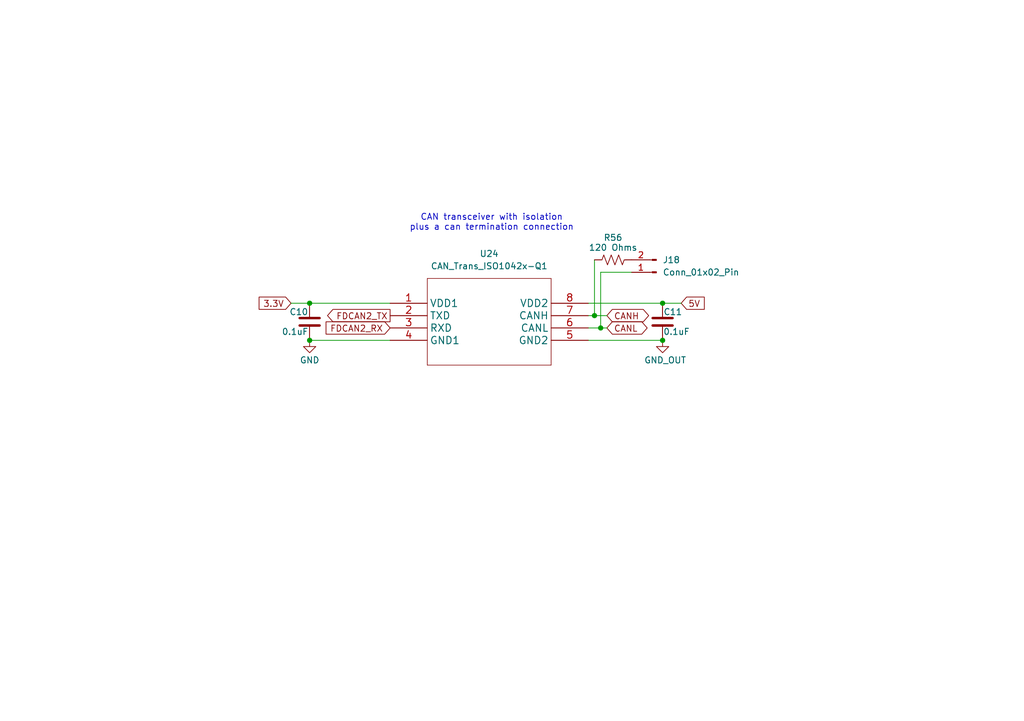
<source format=kicad_sch>
(kicad_sch
	(version 20250114)
	(generator "eeschema")
	(generator_version "9.0")
	(uuid "cfa99754-d714-4ca9-b12e-81eb81bdbd42")
	(paper "A5")
	(lib_symbols
		(symbol "Connector:Conn_01x02_Pin"
			(pin_names
				(offset 1.016)
				(hide yes)
			)
			(exclude_from_sim no)
			(in_bom yes)
			(on_board yes)
			(property "Reference" "J"
				(at 0 2.54 0)
				(effects
					(font
						(size 1.27 1.27)
					)
				)
			)
			(property "Value" "Conn_01x02_Pin"
				(at 0 -5.08 0)
				(effects
					(font
						(size 1.27 1.27)
					)
				)
			)
			(property "Footprint" ""
				(at 0 0 0)
				(effects
					(font
						(size 1.27 1.27)
					)
					(hide yes)
				)
			)
			(property "Datasheet" "~"
				(at 0 0 0)
				(effects
					(font
						(size 1.27 1.27)
					)
					(hide yes)
				)
			)
			(property "Description" "Generic connector, single row, 01x02, script generated"
				(at 0 0 0)
				(effects
					(font
						(size 1.27 1.27)
					)
					(hide yes)
				)
			)
			(property "ki_locked" ""
				(at 0 0 0)
				(effects
					(font
						(size 1.27 1.27)
					)
				)
			)
			(property "ki_keywords" "connector"
				(at 0 0 0)
				(effects
					(font
						(size 1.27 1.27)
					)
					(hide yes)
				)
			)
			(property "ki_fp_filters" "Connector*:*_1x??_*"
				(at 0 0 0)
				(effects
					(font
						(size 1.27 1.27)
					)
					(hide yes)
				)
			)
			(symbol "Conn_01x02_Pin_1_1"
				(rectangle
					(start 0.8636 0.127)
					(end 0 -0.127)
					(stroke
						(width 0.1524)
						(type default)
					)
					(fill
						(type outline)
					)
				)
				(rectangle
					(start 0.8636 -2.413)
					(end 0 -2.667)
					(stroke
						(width 0.1524)
						(type default)
					)
					(fill
						(type outline)
					)
				)
				(polyline
					(pts
						(xy 1.27 0) (xy 0.8636 0)
					)
					(stroke
						(width 0.1524)
						(type default)
					)
					(fill
						(type none)
					)
				)
				(polyline
					(pts
						(xy 1.27 -2.54) (xy 0.8636 -2.54)
					)
					(stroke
						(width 0.1524)
						(type default)
					)
					(fill
						(type none)
					)
				)
				(pin passive line
					(at 5.08 0 180)
					(length 3.81)
					(name "Pin_1"
						(effects
							(font
								(size 1.27 1.27)
							)
						)
					)
					(number "1"
						(effects
							(font
								(size 1.27 1.27)
							)
						)
					)
				)
				(pin passive line
					(at 5.08 -2.54 180)
					(length 3.81)
					(name "Pin_2"
						(effects
							(font
								(size 1.27 1.27)
							)
						)
					)
					(number "2"
						(effects
							(font
								(size 1.27 1.27)
							)
						)
					)
				)
			)
			(embedded_fonts no)
		)
		(symbol "Device:C"
			(pin_numbers
				(hide yes)
			)
			(pin_names
				(offset 0.254)
			)
			(exclude_from_sim no)
			(in_bom yes)
			(on_board yes)
			(property "Reference" "C"
				(at 0.635 2.54 0)
				(effects
					(font
						(size 1.27 1.27)
					)
					(justify left)
				)
			)
			(property "Value" "C"
				(at 0.635 -2.54 0)
				(effects
					(font
						(size 1.27 1.27)
					)
					(justify left)
				)
			)
			(property "Footprint" ""
				(at 0.9652 -3.81 0)
				(effects
					(font
						(size 1.27 1.27)
					)
					(hide yes)
				)
			)
			(property "Datasheet" "~"
				(at 0 0 0)
				(effects
					(font
						(size 1.27 1.27)
					)
					(hide yes)
				)
			)
			(property "Description" "Unpolarized capacitor"
				(at 0 0 0)
				(effects
					(font
						(size 1.27 1.27)
					)
					(hide yes)
				)
			)
			(property "ki_keywords" "cap capacitor"
				(at 0 0 0)
				(effects
					(font
						(size 1.27 1.27)
					)
					(hide yes)
				)
			)
			(property "ki_fp_filters" "C_*"
				(at 0 0 0)
				(effects
					(font
						(size 1.27 1.27)
					)
					(hide yes)
				)
			)
			(symbol "C_0_1"
				(polyline
					(pts
						(xy -2.032 0.762) (xy 2.032 0.762)
					)
					(stroke
						(width 0.508)
						(type default)
					)
					(fill
						(type none)
					)
				)
				(polyline
					(pts
						(xy -2.032 -0.762) (xy 2.032 -0.762)
					)
					(stroke
						(width 0.508)
						(type default)
					)
					(fill
						(type none)
					)
				)
			)
			(symbol "C_1_1"
				(pin passive line
					(at 0 3.81 270)
					(length 2.794)
					(name "~"
						(effects
							(font
								(size 1.27 1.27)
							)
						)
					)
					(number "1"
						(effects
							(font
								(size 1.27 1.27)
							)
						)
					)
				)
				(pin passive line
					(at 0 -3.81 90)
					(length 2.794)
					(name "~"
						(effects
							(font
								(size 1.27 1.27)
							)
						)
					)
					(number "2"
						(effects
							(font
								(size 1.27 1.27)
							)
						)
					)
				)
			)
			(embedded_fonts no)
		)
		(symbol "Device:R_US"
			(pin_numbers
				(hide yes)
			)
			(pin_names
				(offset 0)
			)
			(exclude_from_sim no)
			(in_bom yes)
			(on_board yes)
			(property "Reference" "R"
				(at 2.54 0 90)
				(effects
					(font
						(size 1.27 1.27)
					)
				)
			)
			(property "Value" "R_US"
				(at -2.54 0 90)
				(effects
					(font
						(size 1.27 1.27)
					)
				)
			)
			(property "Footprint" ""
				(at 1.016 -0.254 90)
				(effects
					(font
						(size 1.27 1.27)
					)
					(hide yes)
				)
			)
			(property "Datasheet" "~"
				(at 0 0 0)
				(effects
					(font
						(size 1.27 1.27)
					)
					(hide yes)
				)
			)
			(property "Description" "Resistor, US symbol"
				(at 0 0 0)
				(effects
					(font
						(size 1.27 1.27)
					)
					(hide yes)
				)
			)
			(property "ki_keywords" "R res resistor"
				(at 0 0 0)
				(effects
					(font
						(size 1.27 1.27)
					)
					(hide yes)
				)
			)
			(property "ki_fp_filters" "R_*"
				(at 0 0 0)
				(effects
					(font
						(size 1.27 1.27)
					)
					(hide yes)
				)
			)
			(symbol "R_US_0_1"
				(polyline
					(pts
						(xy 0 2.286) (xy 0 2.54)
					)
					(stroke
						(width 0)
						(type default)
					)
					(fill
						(type none)
					)
				)
				(polyline
					(pts
						(xy 0 2.286) (xy 1.016 1.905) (xy 0 1.524) (xy -1.016 1.143) (xy 0 0.762)
					)
					(stroke
						(width 0)
						(type default)
					)
					(fill
						(type none)
					)
				)
				(polyline
					(pts
						(xy 0 0.762) (xy 1.016 0.381) (xy 0 0) (xy -1.016 -0.381) (xy 0 -0.762)
					)
					(stroke
						(width 0)
						(type default)
					)
					(fill
						(type none)
					)
				)
				(polyline
					(pts
						(xy 0 -0.762) (xy 1.016 -1.143) (xy 0 -1.524) (xy -1.016 -1.905) (xy 0 -2.286)
					)
					(stroke
						(width 0)
						(type default)
					)
					(fill
						(type none)
					)
				)
				(polyline
					(pts
						(xy 0 -2.286) (xy 0 -2.54)
					)
					(stroke
						(width 0)
						(type default)
					)
					(fill
						(type none)
					)
				)
			)
			(symbol "R_US_1_1"
				(pin passive line
					(at 0 3.81 270)
					(length 1.27)
					(name "~"
						(effects
							(font
								(size 1.27 1.27)
							)
						)
					)
					(number "1"
						(effects
							(font
								(size 1.27 1.27)
							)
						)
					)
				)
				(pin passive line
					(at 0 -3.81 90)
					(length 1.27)
					(name "~"
						(effects
							(font
								(size 1.27 1.27)
							)
						)
					)
					(number "2"
						(effects
							(font
								(size 1.27 1.27)
							)
						)
					)
				)
			)
			(embedded_fonts no)
		)
		(symbol "GTSR_symbol_lib:CAN_Trans_ISO1042x-Q1"
			(exclude_from_sim no)
			(in_bom yes)
			(on_board yes)
			(property "Reference" "U"
				(at 0 -10.16 0)
				(effects
					(font
						(size 1.27 1.27)
					)
				)
			)
			(property "Value" "CAN_Trans_ISO1042x-Q1"
				(at 0 -12.7 0)
				(effects
					(font
						(size 1.27 1.27)
					)
				)
			)
			(property "Footprint" "Package_SO:SOIC-8_7.5x5.85mm_P1.27mm"
				(at 0 -8.89 0)
				(effects
					(font
						(size 1.27 1.27)
					)
					(hide yes)
				)
			)
			(property "Datasheet" "https://www.ti.com/lit/ds/symlink/iso1042-q1.pdf?HQS=dis-dk-null-digikeymode-dsf-pf-null-wwe&ts=1746765121166&ref_url=https%253A%252F%252Fwww.ti.com%252Fgeneral%252Fdocs%252Fsuppproductinfo.tsp%253FdistId%253D10%2526gotoUrl%253Dhttps%253A%252F%252Fwww.ti.com%252Flit%252Fgpn%252Fiso1042-q1"
				(at 0 -8.89 0)
				(effects
					(font
						(size 1.27 1.27)
					)
					(hide yes)
				)
			)
			(property "Description" "ISO1042-Q1 Automotive Isolated CAN Transceiver With 70-V Bus Fault Protection and Flexible Data Rate"
				(at 0 0 0)
				(effects
					(font
						(size 1.27 1.27)
					)
					(hide yes)
				)
			)
			(symbol "CAN_Trans_ISO1042x-Q1_1_1"
				(polyline
					(pts
						(xy -12.7 8.89) (xy -12.7 -8.89)
					)
					(stroke
						(width 0.127)
						(type default)
					)
					(fill
						(type none)
					)
				)
				(polyline
					(pts
						(xy -12.7 -8.89) (xy 12.7 -8.89)
					)
					(stroke
						(width 0.127)
						(type default)
					)
					(fill
						(type none)
					)
				)
				(polyline
					(pts
						(xy 12.7 8.89) (xy -12.7 8.89)
					)
					(stroke
						(width 0.127)
						(type default)
					)
					(fill
						(type none)
					)
				)
				(polyline
					(pts
						(xy 12.7 -8.89) (xy 12.7 8.89)
					)
					(stroke
						(width 0.127)
						(type default)
					)
					(fill
						(type none)
					)
				)
				(pin unspecified line
					(at -20.32 3.81 0)
					(length 7.62)
					(name "VDD1"
						(effects
							(font
								(size 1.4986 1.4986)
							)
						)
					)
					(number "1"
						(effects
							(font
								(size 1.4986 1.4986)
							)
						)
					)
				)
				(pin unspecified line
					(at -20.32 1.27 0)
					(length 7.62)
					(name "TXD"
						(effects
							(font
								(size 1.4986 1.4986)
							)
						)
					)
					(number "2"
						(effects
							(font
								(size 1.4986 1.4986)
							)
						)
					)
				)
				(pin unspecified line
					(at -20.32 -1.27 0)
					(length 7.62)
					(name "RXD"
						(effects
							(font
								(size 1.4986 1.4986)
							)
						)
					)
					(number "3"
						(effects
							(font
								(size 1.4986 1.4986)
							)
						)
					)
				)
				(pin unspecified line
					(at -20.32 -3.81 0)
					(length 7.62)
					(name "GND1"
						(effects
							(font
								(size 1.4986 1.4986)
							)
						)
					)
					(number "4"
						(effects
							(font
								(size 1.4986 1.4986)
							)
						)
					)
				)
				(pin unspecified line
					(at 20.32 3.81 180)
					(length 7.62)
					(name "VDD2"
						(effects
							(font
								(size 1.4986 1.4986)
							)
						)
					)
					(number "8"
						(effects
							(font
								(size 1.4986 1.4986)
							)
						)
					)
				)
				(pin unspecified line
					(at 20.32 1.27 180)
					(length 7.62)
					(name "CANH"
						(effects
							(font
								(size 1.4986 1.4986)
							)
						)
					)
					(number "7"
						(effects
							(font
								(size 1.4986 1.4986)
							)
						)
					)
				)
				(pin unspecified line
					(at 20.32 -1.27 180)
					(length 7.62)
					(name "CANL"
						(effects
							(font
								(size 1.4986 1.4986)
							)
						)
					)
					(number "6"
						(effects
							(font
								(size 1.4986 1.4986)
							)
						)
					)
				)
				(pin unspecified line
					(at 20.32 -3.81 180)
					(length 7.62)
					(name "GND2"
						(effects
							(font
								(size 1.4986 1.4986)
							)
						)
					)
					(number "5"
						(effects
							(font
								(size 1.4986 1.4986)
							)
						)
					)
				)
			)
			(embedded_fonts no)
		)
		(symbol "power:GND"
			(power)
			(pin_numbers
				(hide yes)
			)
			(pin_names
				(offset 0)
				(hide yes)
			)
			(exclude_from_sim no)
			(in_bom yes)
			(on_board yes)
			(property "Reference" "#PWR"
				(at 0 -6.35 0)
				(effects
					(font
						(size 1.27 1.27)
					)
					(hide yes)
				)
			)
			(property "Value" "GND"
				(at 0 -3.81 0)
				(effects
					(font
						(size 1.27 1.27)
					)
				)
			)
			(property "Footprint" ""
				(at 0 0 0)
				(effects
					(font
						(size 1.27 1.27)
					)
					(hide yes)
				)
			)
			(property "Datasheet" ""
				(at 0 0 0)
				(effects
					(font
						(size 1.27 1.27)
					)
					(hide yes)
				)
			)
			(property "Description" "Power symbol creates a global label with name \"GND\" , ground"
				(at 0 0 0)
				(effects
					(font
						(size 1.27 1.27)
					)
					(hide yes)
				)
			)
			(property "ki_keywords" "global power"
				(at 0 0 0)
				(effects
					(font
						(size 1.27 1.27)
					)
					(hide yes)
				)
			)
			(symbol "GND_0_1"
				(polyline
					(pts
						(xy 0 0) (xy 0 -1.27) (xy 1.27 -1.27) (xy 0 -2.54) (xy -1.27 -1.27) (xy 0 -1.27)
					)
					(stroke
						(width 0)
						(type default)
					)
					(fill
						(type none)
					)
				)
			)
			(symbol "GND_1_1"
				(pin power_in line
					(at 0 0 270)
					(length 0)
					(name "~"
						(effects
							(font
								(size 1.27 1.27)
							)
						)
					)
					(number "1"
						(effects
							(font
								(size 1.27 1.27)
							)
						)
					)
				)
			)
			(embedded_fonts no)
		)
	)
	(text "CAN transceiver with isolation\nplus a can termination connection"
		(exclude_from_sim no)
		(at 100.838 45.72 0)
		(effects
			(font
				(size 1.27 1.27)
			)
		)
		(uuid "3cc91fc5-9e65-428c-94d3-f9c330d5b7a4")
	)
	(junction
		(at 135.89 62.23)
		(diameter 0)
		(color 0 0 0 0)
		(uuid "0a5530b9-59a5-481a-9d73-5ec74b6c6294")
	)
	(junction
		(at 63.5 69.85)
		(diameter 0)
		(color 0 0 0 0)
		(uuid "224ae9d8-fc06-43e2-abb8-f2fb69d7761b")
	)
	(junction
		(at 63.5 62.23)
		(diameter 0)
		(color 0 0 0 0)
		(uuid "28745feb-c417-4c76-bdeb-bb409e7096af")
	)
	(junction
		(at 123.19 67.31)
		(diameter 0)
		(color 0 0 0 0)
		(uuid "41d3b72c-9270-4156-85ae-cfd1f353b8a1")
	)
	(junction
		(at 121.92 64.77)
		(diameter 0)
		(color 0 0 0 0)
		(uuid "a657cdbe-781a-418d-813f-3d0f7ca3c5f2")
	)
	(junction
		(at 135.89 69.85)
		(diameter 0)
		(color 0 0 0 0)
		(uuid "de81b2e4-16cb-4ed8-b195-60a9355792f4")
	)
	(wire
		(pts
			(xy 123.19 55.88) (xy 129.54 55.88)
		)
		(stroke
			(width 0)
			(type default)
		)
		(uuid "28b151a8-e9b2-415c-8587-ec0e1c40c4b6")
	)
	(wire
		(pts
			(xy 123.19 55.88) (xy 123.19 67.31)
		)
		(stroke
			(width 0)
			(type default)
		)
		(uuid "440ea328-779e-44c0-acb9-5191a3478291")
	)
	(wire
		(pts
			(xy 59.69 62.23) (xy 63.5 62.23)
		)
		(stroke
			(width 0)
			(type default)
		)
		(uuid "47799a86-3b17-4642-8c23-ab6a6b39c954")
	)
	(wire
		(pts
			(xy 120.65 62.23) (xy 135.89 62.23)
		)
		(stroke
			(width 0)
			(type default)
		)
		(uuid "48cd103d-3cab-4df1-b736-e260c929f4a2")
	)
	(wire
		(pts
			(xy 120.65 64.77) (xy 121.92 64.77)
		)
		(stroke
			(width 0)
			(type default)
		)
		(uuid "73d2645f-d4a8-43c3-8ed2-39e018f47d55")
	)
	(wire
		(pts
			(xy 63.5 62.23) (xy 80.01 62.23)
		)
		(stroke
			(width 0)
			(type default)
		)
		(uuid "7608d356-d08a-42d9-96a3-07a909abbe77")
	)
	(wire
		(pts
			(xy 135.89 62.23) (xy 139.7 62.23)
		)
		(stroke
			(width 0)
			(type default)
		)
		(uuid "8fe6f5ba-ad24-424f-81e2-482d62b86b32")
	)
	(wire
		(pts
			(xy 123.19 67.31) (xy 124.46 67.31)
		)
		(stroke
			(width 0)
			(type default)
		)
		(uuid "9b97a45c-f3e0-4643-acbb-ffbb7de98e7e")
	)
	(wire
		(pts
			(xy 120.65 67.31) (xy 123.19 67.31)
		)
		(stroke
			(width 0)
			(type default)
		)
		(uuid "bfa084a3-8acf-42e7-bb2b-fd0b350ea87b")
	)
	(wire
		(pts
			(xy 121.92 64.77) (xy 124.46 64.77)
		)
		(stroke
			(width 0)
			(type default)
		)
		(uuid "cd038a04-ce7b-48e6-ba38-b8d40aae513c")
	)
	(wire
		(pts
			(xy 63.5 69.85) (xy 80.01 69.85)
		)
		(stroke
			(width 0)
			(type default)
		)
		(uuid "d7f6af99-82aa-4bc6-9704-4211f36f684e")
	)
	(wire
		(pts
			(xy 121.92 53.34) (xy 121.92 64.77)
		)
		(stroke
			(width 0)
			(type default)
		)
		(uuid "da5c37cf-f8da-4518-9b1a-b9d741c7e915")
	)
	(wire
		(pts
			(xy 120.65 69.85) (xy 135.89 69.85)
		)
		(stroke
			(width 0)
			(type default)
		)
		(uuid "fc68f5ee-55bb-4f71-a52d-ecae73e0babd")
	)
	(global_label "CANL"
		(shape bidirectional)
		(at 124.46 67.31 0)
		(fields_autoplaced yes)
		(effects
			(font
				(size 1.27 1.27)
			)
			(justify left)
		)
		(uuid "1ffb3422-ad42-487a-b665-edbf23e91af8")
		(property "Intersheetrefs" "${INTERSHEET_REFS}"
			(at 133.2737 67.31 0)
			(effects
				(font
					(size 1.27 1.27)
				)
				(justify left)
				(hide yes)
			)
		)
	)
	(global_label "CANH"
		(shape bidirectional)
		(at 124.46 64.77 0)
		(fields_autoplaced yes)
		(effects
			(font
				(size 1.27 1.27)
			)
			(justify left)
		)
		(uuid "242812df-5dd0-4365-be41-89fe27325743")
		(property "Intersheetrefs" "${INTERSHEET_REFS}"
			(at 133.5761 64.77 0)
			(effects
				(font
					(size 1.27 1.27)
				)
				(justify left)
				(hide yes)
			)
		)
	)
	(global_label "5V"
		(shape input)
		(at 139.7 62.23 0)
		(fields_autoplaced yes)
		(effects
			(font
				(size 1.27 1.27)
			)
			(justify left)
		)
		(uuid "3270a984-c632-466d-93ae-be56a366e9e3")
		(property "Intersheetrefs" "${INTERSHEET_REFS}"
			(at 144.9833 62.23 0)
			(effects
				(font
					(size 1.27 1.27)
				)
				(justify left)
				(hide yes)
			)
		)
	)
	(global_label "3.3V"
		(shape input)
		(at 59.69 62.23 180)
		(fields_autoplaced yes)
		(effects
			(font
				(size 1.27 1.27)
			)
			(justify right)
		)
		(uuid "3e27406e-b22f-47fc-94d3-98d6ba3dd0bf")
		(property "Intersheetrefs" "${INTERSHEET_REFS}"
			(at 52.5924 62.23 0)
			(effects
				(font
					(size 1.27 1.27)
				)
				(justify right)
				(hide yes)
			)
		)
	)
	(global_label "FDCAN2_RX"
		(shape input)
		(at 80.01 67.31 180)
		(fields_autoplaced yes)
		(effects
			(font
				(size 1.27 1.27)
			)
			(justify right)
		)
		(uuid "67cf62d3-80d9-4ddc-a005-ef93bce788a5")
		(property "Intersheetrefs" "${INTERSHEET_REFS}"
			(at 66.3205 67.31 0)
			(effects
				(font
					(size 1.27 1.27)
				)
				(justify right)
				(hide yes)
			)
		)
	)
	(global_label "FDCAN2_TX"
		(shape output)
		(at 80.01 64.77 180)
		(fields_autoplaced yes)
		(effects
			(font
				(size 1.27 1.27)
			)
			(justify right)
		)
		(uuid "bfa8f7fc-8082-4064-bed8-5a7195fe8bc7")
		(property "Intersheetrefs" "${INTERSHEET_REFS}"
			(at 66.6229 64.77 0)
			(effects
				(font
					(size 1.27 1.27)
				)
				(justify right)
				(hide yes)
			)
		)
	)
	(symbol
		(lib_id "Device:R_US")
		(at 125.73 53.34 270)
		(unit 1)
		(exclude_from_sim no)
		(in_bom yes)
		(on_board yes)
		(dnp no)
		(uuid "0d55fb6b-3714-4351-9ac3-a67fa5895041")
		(property "Reference" "R56"
			(at 125.73 48.768 90)
			(effects
				(font
					(size 1.27 1.27)
				)
			)
		)
		(property "Value" "120 Ohms"
			(at 125.73 50.8 90)
			(effects
				(font
					(size 1.27 1.27)
				)
			)
		)
		(property "Footprint" "Resistor_SMD:R_0603_1608Metric"
			(at 125.476 54.356 90)
			(effects
				(font
					(size 1.27 1.27)
				)
				(hide yes)
			)
		)
		(property "Datasheet" "~"
			(at 125.73 53.34 0)
			(effects
				(font
					(size 1.27 1.27)
				)
				(hide yes)
			)
		)
		(property "Description" ""
			(at 125.73 53.34 0)
			(effects
				(font
					(size 1.27 1.27)
				)
				(hide yes)
			)
		)
		(property "Part Name" "R_0603_120"
			(at 125.73 53.34 0)
			(effects
				(font
					(size 1.27 1.27)
				)
				(hide yes)
			)
		)
		(property "DigiKey_Part_Number" ""
			(at 125.73 53.34 90)
			(effects
				(font
					(size 1.27 1.27)
				)
				(hide yes)
			)
		)
		(pin "1"
			(uuid "5175293a-e55d-425b-87db-de5a6c37c47f")
		)
		(pin "2"
			(uuid "bd2ed9c8-013b-41c4-b4cf-a3968ce23edd")
		)
		(instances
			(project "POCAN"
				(path "/d46bcc44-f9c6-4279-a08a-290443f8d729/0d002dd0-86e5-4e97-8279-da69abe9f18a"
					(reference "R56")
					(unit 1)
				)
			)
		)
	)
	(symbol
		(lib_id "power:GND")
		(at 63.5 69.85 0)
		(unit 1)
		(exclude_from_sim no)
		(in_bom yes)
		(on_board yes)
		(dnp no)
		(uuid "73e1855f-771d-41e8-85f7-1af124d3c377")
		(property "Reference" "#PWR03"
			(at 63.5 76.2 0)
			(effects
				(font
					(size 1.27 1.27)
				)
				(hide yes)
			)
		)
		(property "Value" "GND"
			(at 63.5 73.914 0)
			(effects
				(font
					(size 1.27 1.27)
				)
			)
		)
		(property "Footprint" ""
			(at 63.5 69.85 0)
			(effects
				(font
					(size 1.27 1.27)
				)
				(hide yes)
			)
		)
		(property "Datasheet" ""
			(at 63.5 69.85 0)
			(effects
				(font
					(size 1.27 1.27)
				)
				(hide yes)
			)
		)
		(property "Description" "Power symbol creates a global label with name \"GND\" , ground"
			(at 63.5 69.85 0)
			(effects
				(font
					(size 1.27 1.27)
				)
				(hide yes)
			)
		)
		(pin "1"
			(uuid "927ac358-cbaa-4bda-8055-a4fd497a7ac6")
		)
		(instances
			(project "POCAN"
				(path "/d46bcc44-f9c6-4279-a08a-290443f8d729/0d002dd0-86e5-4e97-8279-da69abe9f18a"
					(reference "#PWR03")
					(unit 1)
				)
			)
		)
	)
	(symbol
		(lib_id "power:GND")
		(at 135.89 69.85 0)
		(unit 1)
		(exclude_from_sim no)
		(in_bom yes)
		(on_board yes)
		(dnp no)
		(uuid "a540ad90-8714-4d1c-b02e-0089aa2c24c2")
		(property "Reference" "#PWR031"
			(at 135.89 76.2 0)
			(effects
				(font
					(size 1.27 1.27)
				)
				(hide yes)
			)
		)
		(property "Value" "GND_OUT"
			(at 132.08 73.914 0)
			(effects
				(font
					(size 1.27 1.27)
				)
				(justify left)
			)
		)
		(property "Footprint" ""
			(at 135.89 69.85 0)
			(effects
				(font
					(size 1.27 1.27)
				)
				(hide yes)
			)
		)
		(property "Datasheet" ""
			(at 135.89 69.85 0)
			(effects
				(font
					(size 1.27 1.27)
				)
				(hide yes)
			)
		)
		(property "Description" "Power symbol creates a global label with name \"GND\" , ground"
			(at 135.89 69.85 0)
			(effects
				(font
					(size 1.27 1.27)
				)
				(hide yes)
			)
		)
		(pin "1"
			(uuid "5b3fda6f-ed91-4910-b328-3c923232cccb")
		)
		(instances
			(project "POCAN"
				(path "/d46bcc44-f9c6-4279-a08a-290443f8d729/0d002dd0-86e5-4e97-8279-da69abe9f18a"
					(reference "#PWR031")
					(unit 1)
				)
			)
		)
	)
	(symbol
		(lib_id "Device:C")
		(at 63.5 66.04 0)
		(mirror x)
		(unit 1)
		(exclude_from_sim no)
		(in_bom yes)
		(on_board yes)
		(dnp no)
		(uuid "c6092728-7459-4df1-9f0f-a14cc229bce1")
		(property "Reference" "C10"
			(at 63.246 64.008 0)
			(effects
				(font
					(size 1.27 1.27)
				)
				(justify right)
			)
		)
		(property "Value" "0.1uF"
			(at 63.246 68.072 0)
			(effects
				(font
					(size 1.27 1.27)
				)
				(justify right)
			)
		)
		(property "Footprint" "Capacitor_SMD:C_0603_1608Metric"
			(at 64.4652 62.23 0)
			(effects
				(font
					(size 1.27 1.27)
				)
				(hide yes)
			)
		)
		(property "Datasheet" "~"
			(at 63.5 66.04 0)
			(effects
				(font
					(size 1.27 1.27)
				)
				(hide yes)
			)
		)
		(property "Description" "Unpolarized capacitor"
			(at 63.5 66.04 0)
			(effects
				(font
					(size 1.27 1.27)
				)
				(hide yes)
			)
		)
		(property "DigiKey_Part_Number" ""
			(at 63.5 66.04 0)
			(effects
				(font
					(size 1.27 1.27)
				)
				(hide yes)
			)
		)
		(pin "1"
			(uuid "5d9a947a-3a78-4813-b02e-266c334f8ede")
		)
		(pin "2"
			(uuid "29202fc2-0031-42da-ba78-cf683b083aa9")
		)
		(instances
			(project "POCAN"
				(path "/d46bcc44-f9c6-4279-a08a-290443f8d729/0d002dd0-86e5-4e97-8279-da69abe9f18a"
					(reference "C10")
					(unit 1)
				)
			)
		)
	)
	(symbol
		(lib_id "Device:C")
		(at 135.89 66.04 0)
		(mirror x)
		(unit 1)
		(exclude_from_sim no)
		(in_bom yes)
		(on_board yes)
		(dnp no)
		(uuid "cbdc53c0-cd84-4f44-a110-5b603597e8c2")
		(property "Reference" "C11"
			(at 139.954 64.008 0)
			(effects
				(font
					(size 1.27 1.27)
				)
				(justify right)
			)
		)
		(property "Value" "0.1uF"
			(at 141.478 68.072 0)
			(effects
				(font
					(size 1.27 1.27)
				)
				(justify right)
			)
		)
		(property "Footprint" "Capacitor_SMD:C_0603_1608Metric"
			(at 136.8552 62.23 0)
			(effects
				(font
					(size 1.27 1.27)
				)
				(hide yes)
			)
		)
		(property "Datasheet" "~"
			(at 135.89 66.04 0)
			(effects
				(font
					(size 1.27 1.27)
				)
				(hide yes)
			)
		)
		(property "Description" "Unpolarized capacitor"
			(at 135.89 66.04 0)
			(effects
				(font
					(size 1.27 1.27)
				)
				(hide yes)
			)
		)
		(property "DigiKey_Part_Number" ""
			(at 135.89 66.04 0)
			(effects
				(font
					(size 1.27 1.27)
				)
				(hide yes)
			)
		)
		(pin "1"
			(uuid "5175a803-69e4-4f4e-85e0-8c5327ff300b")
		)
		(pin "2"
			(uuid "24b0a2db-601a-4ae2-8d19-267ee20084aa")
		)
		(instances
			(project "POCAN"
				(path "/d46bcc44-f9c6-4279-a08a-290443f8d729/0d002dd0-86e5-4e97-8279-da69abe9f18a"
					(reference "C11")
					(unit 1)
				)
			)
		)
	)
	(symbol
		(lib_id "Connector:Conn_01x02_Pin")
		(at 134.62 55.88 180)
		(unit 1)
		(exclude_from_sim no)
		(in_bom yes)
		(on_board yes)
		(dnp no)
		(fields_autoplaced yes)
		(uuid "daffc99a-07c0-42f8-9af7-0a2cddc93408")
		(property "Reference" "J18"
			(at 135.89 53.3399 0)
			(effects
				(font
					(size 1.27 1.27)
				)
				(justify right)
			)
		)
		(property "Value" "Conn_01x02_Pin"
			(at 135.89 55.8799 0)
			(effects
				(font
					(size 1.27 1.27)
				)
				(justify right)
			)
		)
		(property "Footprint" "Connector_PinHeader_2.54mm:PinHeader_1x02_P2.54mm_Vertical"
			(at 134.62 55.88 0)
			(effects
				(font
					(size 1.27 1.27)
				)
				(hide yes)
			)
		)
		(property "Datasheet" "~"
			(at 134.62 55.88 0)
			(effects
				(font
					(size 1.27 1.27)
				)
				(hide yes)
			)
		)
		(property "Description" "Generic connector, single row, 01x02, script generated"
			(at 134.62 55.88 0)
			(effects
				(font
					(size 1.27 1.27)
				)
				(hide yes)
			)
		)
		(property "DigiKey_Part_Number" ""
			(at 134.62 55.88 0)
			(effects
				(font
					(size 1.27 1.27)
				)
				(hide yes)
			)
		)
		(pin "2"
			(uuid "de530581-6de4-4750-928e-f31b8e9dbed3")
		)
		(pin "1"
			(uuid "87fb6900-b3b8-4238-855f-8467c4fee81e")
		)
		(instances
			(project "POCAN"
				(path "/d46bcc44-f9c6-4279-a08a-290443f8d729/0d002dd0-86e5-4e97-8279-da69abe9f18a"
					(reference "J18")
					(unit 1)
				)
			)
		)
	)
	(symbol
		(lib_id "GTSR_symbol_lib:CAN_Trans_ISO1042x-Q1")
		(at 100.33 66.04 0)
		(unit 1)
		(exclude_from_sim no)
		(in_bom yes)
		(on_board yes)
		(dnp no)
		(fields_autoplaced yes)
		(uuid "e5b40960-7817-47d8-a567-bfa2d208225b")
		(property "Reference" "U24"
			(at 100.33 52.07 0)
			(effects
				(font
					(size 1.27 1.27)
				)
			)
		)
		(property "Value" "CAN_Trans_ISO1042x-Q1"
			(at 100.33 54.61 0)
			(effects
				(font
					(size 1.27 1.27)
				)
			)
		)
		(property "Footprint" "Package_SO:SOIC-8_7.5x5.85mm_P1.27mm"
			(at 100.33 74.93 0)
			(effects
				(font
					(size 1.27 1.27)
				)
				(hide yes)
			)
		)
		(property "Datasheet" "https://www.ti.com/lit/ds/symlink/iso1042-q1.pdf?HQS=dis-dk-null-digikeymode-dsf-pf-null-wwe&ts=1746765121166&ref_url=https%253A%252F%252Fwww.ti.com%252Fgeneral%252Fdocs%252Fsuppproductinfo.tsp%253FdistId%253D10%2526gotoUrl%253Dhttps%253A%252F%252Fwww.ti.com%252Flit%252Fgpn%252Fiso1042-q1"
			(at 100.33 74.93 0)
			(effects
				(font
					(size 1.27 1.27)
				)
				(hide yes)
			)
		)
		(property "Description" "ISO1042-Q1 Automotive Isolated CAN Transceiver With 70-V Bus Fault Protection and Flexible Data Rate"
			(at 100.33 66.04 0)
			(effects
				(font
					(size 1.27 1.27)
				)
				(hide yes)
			)
		)
		(property "DigiKey_Part_Number" ""
			(at 100.33 66.04 0)
			(effects
				(font
					(size 1.27 1.27)
				)
				(hide yes)
			)
		)
		(pin "4"
			(uuid "3087a0aa-9ecf-4f91-8a4b-7dccc032256c")
		)
		(pin "3"
			(uuid "d64c99d9-c2c8-4c01-b371-5bf301ff9f47")
		)
		(pin "7"
			(uuid "7a998bb4-3fa5-4c35-aaf1-7c4d02be9d9b")
		)
		(pin "6"
			(uuid "bfca20b1-7884-4d8b-9da1-89d8a5b80d23")
		)
		(pin "2"
			(uuid "14551584-0966-491f-8009-aa13a8d86c4c")
		)
		(pin "5"
			(uuid "731b0f49-a45c-4b2c-a86d-cf39d7993f0f")
		)
		(pin "1"
			(uuid "aaf46642-864b-4f23-93e6-499020f2308a")
		)
		(pin "8"
			(uuid "65d63e2d-3775-4cd0-8505-45483843f91a")
		)
		(instances
			(project ""
				(path "/d46bcc44-f9c6-4279-a08a-290443f8d729/0d002dd0-86e5-4e97-8279-da69abe9f18a"
					(reference "U24")
					(unit 1)
				)
			)
		)
	)
)

</source>
